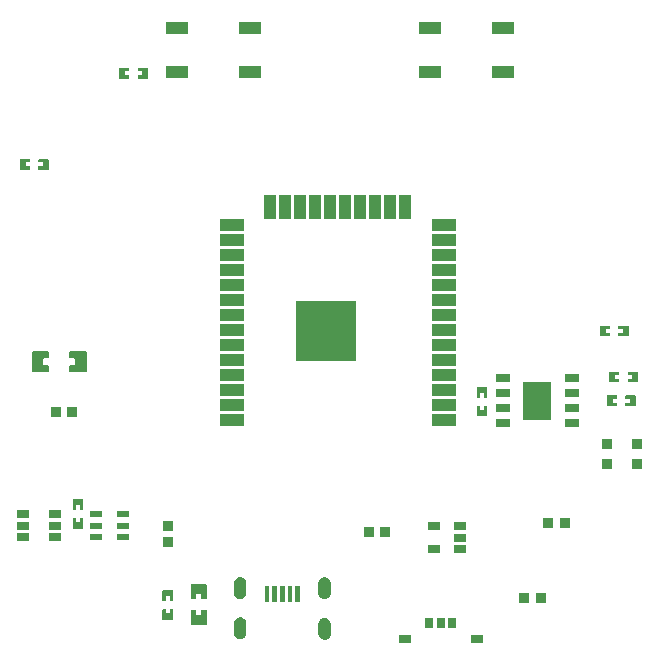
<source format=gbp>
G04 Layer: BottomPasteMaskLayer*
G04 EasyEDA v6.5.42, 2024-04-23 23:59:32*
G04 6f1416cd65ae409284c29a2362dae36f,3bb721cc424b4652afb4738f699644a2,10*
G04 Gerber Generator version 0.2*
G04 Scale: 100 percent, Rotated: No, Reflected: No *
G04 Dimensions in millimeters *
G04 leading zeros omitted , absolute positions ,4 integer and 5 decimal *
%FSLAX45Y45*%
%MOMM*%

%AMMACRO1*21,1,$1,$2,0,0,$3*%
%ADD10MACRO1,1.8001X1.0998X0.0000*%
%ADD11MACRO1,1.7998X1.0998X0.0000*%
%ADD12MACRO1,0.8001X0.8999X90.0000*%
%ADD13MACRO1,0.8001X0.9002X0.0000*%
%ADD14MACRO1,0.7998X0.8999X0.0000*%
%ADD15MACRO1,1.0998X0.5999X0.0000*%
%ADD16MACRO1,1.1001X0.5999X0.0000*%
%ADD17MACRO1,0.5999X0.7998X0.0000*%
%ADD18MACRO1,0.7X1X90.0000*%
%ADD19MACRO1,0.5319X1.0719X90.0000*%
%ADD20MACRO1,0.5999X1X-90.0000*%
%ADD21MACRO1,0.8001X0.8999X0.0000*%
%ADD22MACRO1,0.8001X0.7998X0.0000*%
%ADD23MACRO1,0.7998X0.7998X0.0000*%
%ADD24MACRO1,0.5999X1.2002X90.0000*%
%ADD25MACRO1,0.5999X1.2001X90.0000*%
%ADD26MACRO1,3.3X2.4X-90.0000*%
%ADD27MACRO1,0.95X2.1001X90.0000*%
%ADD28MACRO1,2.1001X0.95X90.0000*%
%ADD29MACRO1,5X5X0.0000*%
%ADD30C,0.0165*%

%LPD*%
G36*
X1634998Y357987D02*
G01*
X1634998Y312978D01*
X1589989Y312978D01*
X1589989Y357022D01*
X1547977Y357479D01*
X1542999Y352501D01*
X1542999Y237490D01*
X1547977Y232511D01*
X1675993Y232511D01*
X1681022Y237490D01*
X1681022Y352501D01*
X1675993Y357479D01*
G37*
G36*
X1547977Y572516D02*
G01*
X1542999Y567486D01*
X1542999Y452475D01*
X1547977Y447497D01*
X1589989Y447497D01*
X1589989Y491998D01*
X1634998Y491998D01*
X1634998Y448005D01*
X1675993Y447497D01*
X1681022Y452475D01*
X1681022Y567486D01*
X1675993Y572516D01*
G37*
G36*
X550011Y1135481D02*
G01*
X544982Y1130503D01*
X544982Y1050493D01*
X550011Y1045514D01*
X630021Y1045514D01*
X635000Y1050493D01*
X635000Y1130503D01*
X630021Y1135481D01*
X605790Y1135481D01*
X605790Y1098499D01*
X572820Y1098499D01*
X572820Y1135481D01*
G37*
G36*
X550011Y1294485D02*
G01*
X544982Y1289507D01*
X544982Y1210513D01*
X550011Y1205484D01*
X572820Y1205484D01*
X572820Y1243482D01*
X605790Y1243482D01*
X605790Y1205484D01*
X630021Y1205484D01*
X635000Y1210513D01*
X635000Y1289507D01*
X630021Y1294485D01*
G37*
G36*
X1309979Y365506D02*
G01*
X1305001Y360476D01*
X1305001Y280517D01*
X1309979Y275488D01*
X1389989Y275488D01*
X1395018Y280517D01*
X1395018Y360476D01*
X1389989Y365506D01*
X1365808Y365506D01*
X1365808Y328472D01*
X1332788Y328472D01*
X1332788Y365506D01*
G37*
G36*
X1309979Y524510D02*
G01*
X1305001Y519480D01*
X1305001Y440486D01*
X1309979Y435508D01*
X1332788Y435508D01*
X1332788Y473506D01*
X1365808Y473506D01*
X1365808Y435508D01*
X1389989Y435508D01*
X1395018Y440486D01*
X1395018Y519480D01*
X1389989Y524510D01*
G37*
G36*
X259486Y4174998D02*
G01*
X254508Y4169968D01*
X254508Y4145787D01*
X291490Y4145787D01*
X291490Y4112768D01*
X254508Y4112768D01*
X254508Y4090009D01*
X259486Y4084980D01*
X339496Y4084980D01*
X344525Y4090009D01*
X344525Y4169968D01*
X339496Y4174998D01*
G37*
G36*
X100482Y4174998D02*
G01*
X95504Y4169968D01*
X95504Y4090009D01*
X100482Y4084980D01*
X179527Y4084980D01*
X184505Y4090009D01*
X184505Y4112768D01*
X146507Y4112768D01*
X146507Y4145787D01*
X184505Y4145787D01*
X184505Y4169968D01*
X179527Y4174998D01*
G37*
G36*
X5010505Y2764993D02*
G01*
X5005476Y2760014D01*
X5005476Y2680004D01*
X5010505Y2674975D01*
X5090464Y2674975D01*
X5095494Y2680004D01*
X5095494Y2704185D01*
X5058511Y2704185D01*
X5058511Y2737205D01*
X5095494Y2737205D01*
X5095494Y2760014D01*
X5090464Y2764993D01*
G37*
G36*
X5170474Y2764993D02*
G01*
X5165496Y2760014D01*
X5165496Y2737205D01*
X5203494Y2737205D01*
X5203494Y2704185D01*
X5165496Y2704185D01*
X5165496Y2680004D01*
X5170474Y2674975D01*
X5249468Y2674975D01*
X5254498Y2680004D01*
X5254498Y2760014D01*
X5249468Y2764993D01*
G37*
G36*
X940511Y4944973D02*
G01*
X935482Y4939995D01*
X935482Y4859985D01*
X940511Y4855006D01*
X1020521Y4855006D01*
X1025499Y4859985D01*
X1025499Y4884216D01*
X988517Y4884216D01*
X988517Y4917186D01*
X1025499Y4917186D01*
X1025499Y4939995D01*
X1020521Y4944973D01*
G37*
G36*
X1100480Y4944973D02*
G01*
X1095502Y4939995D01*
X1095502Y4917186D01*
X1133500Y4917186D01*
X1133500Y4884216D01*
X1095502Y4884216D01*
X1095502Y4859985D01*
X1100480Y4855006D01*
X1179474Y4855006D01*
X1184503Y4859985D01*
X1184503Y4939995D01*
X1179474Y4944973D01*
G37*
G36*
X2430018Y562508D02*
G01*
X2430018Y422503D01*
X2469997Y422503D01*
X2469997Y562508D01*
G37*
G36*
X2364994Y562508D02*
G01*
X2364994Y422503D01*
X2405024Y422503D01*
X2405024Y562508D01*
G37*
G36*
X2300020Y562508D02*
G01*
X2300020Y422503D01*
X2340000Y422503D01*
X2340000Y562508D01*
G37*
G36*
X2234996Y562508D02*
G01*
X2234996Y422503D01*
X2274976Y422503D01*
X2274976Y562508D01*
G37*
G36*
X2169972Y562508D02*
G01*
X2169972Y422503D01*
X2210003Y422503D01*
X2210003Y562508D01*
G37*
G36*
X1961184Y635000D02*
G01*
X1955952Y634593D01*
X1950821Y633679D01*
X1945792Y632256D01*
X1940915Y630326D01*
X1936242Y627938D01*
X1931873Y625094D01*
X1927758Y621842D01*
X1923999Y618185D01*
X1920646Y614172D01*
X1917700Y609854D01*
X1915210Y605282D01*
X1913178Y600456D01*
X1911604Y595426D01*
X1910588Y590296D01*
X1910080Y585114D01*
X1909978Y502513D01*
X1910283Y497281D01*
X1911045Y492099D01*
X1912315Y487019D01*
X1914143Y482092D01*
X1916379Y477367D01*
X1919122Y472897D01*
X1922272Y468731D01*
X1925828Y464921D01*
X1929790Y461467D01*
X1934006Y458368D01*
X1938528Y455777D01*
X1943303Y453593D01*
X1948281Y451967D01*
X1953361Y450799D01*
X1958593Y450138D01*
X1963826Y449986D01*
X1969007Y450392D01*
X1974189Y451307D01*
X1979218Y452729D01*
X1984095Y454609D01*
X1988769Y456996D01*
X1993138Y459841D01*
X1997252Y463143D01*
X2001012Y466801D01*
X2004364Y470763D01*
X2007311Y475132D01*
X2009800Y479704D01*
X2011832Y484530D01*
X2013356Y489559D01*
X2014423Y494639D01*
X2014931Y499872D01*
X2014982Y582472D01*
X2014728Y587705D01*
X2013966Y592886D01*
X2012696Y597966D01*
X2010867Y602894D01*
X2008632Y607618D01*
X2005888Y612089D01*
X2002739Y616254D01*
X1999183Y620064D01*
X1995220Y623519D01*
X1991004Y626567D01*
X1986432Y629208D01*
X1981707Y631342D01*
X1976729Y633018D01*
X1971598Y634187D01*
X1966417Y634847D01*
G37*
G36*
X2676194Y635000D02*
G01*
X2670962Y634593D01*
X2665780Y633679D01*
X2660751Y632256D01*
X2655874Y630326D01*
X2651252Y627938D01*
X2646832Y625094D01*
X2642768Y621842D01*
X2639009Y618185D01*
X2635656Y614172D01*
X2632710Y609854D01*
X2630170Y605282D01*
X2628138Y600456D01*
X2626614Y595426D01*
X2625547Y590296D01*
X2625039Y585114D01*
X2624988Y502513D01*
X2625242Y497281D01*
X2626004Y492099D01*
X2627325Y487019D01*
X2629103Y482092D01*
X2631389Y477367D01*
X2634132Y472897D01*
X2637282Y468731D01*
X2640838Y464921D01*
X2644749Y461467D01*
X2649016Y458368D01*
X2653538Y455777D01*
X2658313Y453593D01*
X2663291Y451967D01*
X2668371Y450799D01*
X2673553Y450138D01*
X2678785Y449986D01*
X2684018Y450392D01*
X2689148Y451307D01*
X2694228Y452729D01*
X2699054Y454609D01*
X2703728Y456996D01*
X2708148Y459841D01*
X2712212Y463143D01*
X2715971Y466801D01*
X2719324Y470763D01*
X2722270Y475132D01*
X2724810Y479704D01*
X2726842Y484530D01*
X2728366Y489559D01*
X2729382Y494639D01*
X2729941Y499872D01*
X2729992Y582472D01*
X2729738Y587705D01*
X2728925Y592886D01*
X2727655Y597966D01*
X2725877Y602894D01*
X2723591Y607618D01*
X2720848Y612089D01*
X2717698Y616254D01*
X2714142Y620064D01*
X2710230Y623519D01*
X2705963Y626567D01*
X2701442Y629208D01*
X2696667Y631342D01*
X2691688Y633018D01*
X2686608Y634187D01*
X2681427Y634847D01*
G37*
G36*
X1961184Y294995D02*
G01*
X1955952Y294589D01*
X1950821Y293674D01*
X1945792Y292252D01*
X1940915Y290322D01*
X1936242Y287934D01*
X1931873Y285089D01*
X1927758Y281838D01*
X1923999Y278180D01*
X1920646Y274167D01*
X1917700Y269849D01*
X1915210Y265277D01*
X1913178Y260451D01*
X1911604Y255422D01*
X1910588Y250291D01*
X1910080Y245110D01*
X1909978Y162509D01*
X1910283Y157276D01*
X1911045Y152095D01*
X1912315Y147015D01*
X1914143Y142087D01*
X1916379Y137363D01*
X1919122Y132892D01*
X1922272Y128727D01*
X1925828Y124917D01*
X1929790Y121462D01*
X1934006Y118364D01*
X1938528Y115773D01*
X1943303Y113588D01*
X1948281Y111963D01*
X1953361Y110794D01*
X1958593Y110134D01*
X1963826Y109982D01*
X1969007Y110388D01*
X1974189Y111302D01*
X1979218Y112725D01*
X1984095Y114604D01*
X1988769Y116992D01*
X1993138Y119837D01*
X1997252Y123139D01*
X2001012Y126796D01*
X2004364Y130759D01*
X2007311Y135128D01*
X2009800Y139700D01*
X2011832Y144526D01*
X2013356Y149555D01*
X2014423Y154635D01*
X2014931Y159867D01*
X2014982Y242468D01*
X2014728Y247700D01*
X2013966Y252882D01*
X2012696Y257962D01*
X2010867Y262890D01*
X2008632Y267614D01*
X2005888Y272084D01*
X2002739Y276250D01*
X1999183Y280060D01*
X1995220Y283514D01*
X1991004Y286562D01*
X1986432Y289204D01*
X1981707Y291338D01*
X1976729Y293014D01*
X1971598Y294182D01*
X1966417Y294843D01*
G37*
G36*
X2676194Y290017D02*
G01*
X2670962Y289610D01*
X2665780Y288696D01*
X2660751Y287274D01*
X2655874Y285343D01*
X2651252Y282956D01*
X2646832Y280111D01*
X2642768Y276860D01*
X2639009Y273202D01*
X2635656Y269189D01*
X2632710Y264871D01*
X2630170Y260299D01*
X2628138Y255473D01*
X2626614Y250444D01*
X2625547Y245313D01*
X2625039Y240131D01*
X2624988Y157530D01*
X2625242Y152298D01*
X2626004Y147116D01*
X2627325Y142036D01*
X2629103Y137109D01*
X2631389Y132384D01*
X2634132Y127914D01*
X2637282Y123748D01*
X2640838Y119938D01*
X2644749Y116484D01*
X2649016Y113385D01*
X2653538Y110794D01*
X2658313Y108661D01*
X2663291Y106984D01*
X2668371Y105816D01*
X2673553Y105156D01*
X2678785Y105003D01*
X2684018Y105410D01*
X2689148Y106324D01*
X2694228Y107746D01*
X2699054Y109677D01*
X2703728Y112064D01*
X2708148Y114858D01*
X2712212Y118160D01*
X2715971Y121818D01*
X2719324Y125780D01*
X2722270Y130149D01*
X2724810Y134721D01*
X2726842Y139547D01*
X2728366Y144576D01*
X2729382Y149707D01*
X2729941Y154889D01*
X2729992Y237490D01*
X2729738Y242722D01*
X2728925Y247904D01*
X2727655Y252984D01*
X2725877Y257911D01*
X2723591Y262636D01*
X2720848Y267106D01*
X2717698Y271272D01*
X2714142Y275082D01*
X2710230Y278536D01*
X2705963Y281584D01*
X2701442Y284226D01*
X2696667Y286359D01*
X2691688Y288036D01*
X2686608Y289204D01*
X2681427Y289864D01*
G37*
G36*
X206502Y2546400D02*
G01*
X196494Y2536393D01*
X196494Y2383586D01*
X206502Y2373579D01*
X334975Y2373579D01*
X344982Y2383586D01*
X344982Y2420620D01*
X334975Y2430627D01*
X304495Y2430627D01*
X294487Y2440635D01*
X294487Y2479344D01*
X304495Y2489352D01*
X334975Y2489352D01*
X344982Y2499360D01*
X344982Y2536393D01*
X334975Y2546400D01*
G37*
G36*
X525018Y2546400D02*
G01*
X515010Y2536393D01*
X515010Y2499360D01*
X525018Y2489352D01*
X555498Y2489352D01*
X565505Y2479344D01*
X565505Y2440635D01*
X555498Y2430627D01*
X525018Y2430627D01*
X515010Y2420620D01*
X515010Y2383586D01*
X525018Y2373579D01*
X653491Y2373579D01*
X663498Y2383586D01*
X663498Y2536393D01*
X653491Y2546400D01*
G37*
G36*
X5229504Y2175002D02*
G01*
X5224475Y2170023D01*
X5224475Y2145792D01*
X5261508Y2145792D01*
X5261508Y2112772D01*
X5224475Y2112772D01*
X5224475Y2090013D01*
X5229504Y2084984D01*
X5309514Y2084984D01*
X5314492Y2090013D01*
X5314492Y2170023D01*
X5309514Y2175002D01*
G37*
G36*
X5070500Y2175002D02*
G01*
X5065471Y2170023D01*
X5065471Y2090013D01*
X5070500Y2084984D01*
X5149494Y2084984D01*
X5154472Y2090013D01*
X5154472Y2112772D01*
X5116474Y2112772D01*
X5116474Y2145792D01*
X5154472Y2145792D01*
X5154472Y2170023D01*
X5149494Y2175002D01*
G37*
G36*
X5249468Y2375001D02*
G01*
X5244490Y2369972D01*
X5244490Y2345791D01*
X5281472Y2345791D01*
X5281472Y2312771D01*
X5244490Y2312771D01*
X5244490Y2290013D01*
X5249468Y2284984D01*
X5329478Y2284984D01*
X5334508Y2290013D01*
X5334508Y2369972D01*
X5329478Y2375001D01*
G37*
G36*
X5090515Y2375001D02*
G01*
X5085486Y2369972D01*
X5085486Y2290013D01*
X5090515Y2284984D01*
X5169509Y2284984D01*
X5174488Y2290013D01*
X5174488Y2312771D01*
X5136489Y2312771D01*
X5136489Y2345791D01*
X5174488Y2345791D01*
X5174488Y2369972D01*
X5169509Y2375001D01*
G37*
G36*
X3969969Y2085492D02*
G01*
X3964990Y2080514D01*
X3964990Y2000504D01*
X3969969Y1995474D01*
X4049979Y1995474D01*
X4055008Y2000504D01*
X4055008Y2080514D01*
X4049979Y2085492D01*
X4025798Y2085492D01*
X4025798Y2048510D01*
X3992778Y2048510D01*
X3992778Y2085492D01*
G37*
G36*
X3969969Y2244496D02*
G01*
X3964990Y2239467D01*
X3964990Y2160473D01*
X3969969Y2155494D01*
X3992778Y2155494D01*
X3992778Y2193493D01*
X4025798Y2193493D01*
X4025798Y2155494D01*
X4049979Y2155494D01*
X4055008Y2160473D01*
X4055008Y2239467D01*
X4049979Y2244496D01*
G37*
D10*
G01*
X4189996Y5285003D03*
D11*
G01*
X3569995Y5285003D03*
D10*
G01*
X4189996Y4915001D03*
D11*
G01*
X3569995Y4915001D03*
D10*
G01*
X2049995Y5285003D03*
D11*
G01*
X1429994Y5285003D03*
D10*
G01*
X2049995Y4915001D03*
D11*
G01*
X1429994Y4915001D03*
D12*
G01*
X1349997Y1070000D03*
G01*
X1349997Y929995D03*
D13*
G01*
X4369993Y459994D03*
G01*
X4509998Y459994D03*
D14*
G01*
X3049993Y1020000D03*
G01*
X3189998Y1020000D03*
D15*
G01*
X124993Y1164996D03*
G01*
X124993Y1070000D03*
G01*
X124993Y975004D03*
D16*
G01*
X395008Y975004D03*
G01*
X395008Y1070000D03*
G01*
X395008Y1164996D03*
D17*
G01*
X3759987Y249237D03*
G01*
X3659987Y249237D03*
G01*
X3559987Y249237D03*
D18*
G01*
X3354997Y110743D03*
G01*
X3965003Y110743D03*
D19*
G01*
X745083Y975004D03*
G01*
X745083Y1070000D03*
G01*
X745083Y1164996D03*
G01*
X974902Y1164996D03*
G01*
X974902Y1070000D03*
G01*
X974902Y975004D03*
D20*
G01*
X3599980Y1064996D03*
G01*
X3599980Y875004D03*
G01*
X3819994Y1064996D03*
G01*
X3820020Y875004D03*
G01*
X3819994Y970000D03*
D21*
G01*
X4709998Y1090002D03*
G01*
X4569993Y1090002D03*
D13*
G01*
X399999Y2029993D03*
G01*
X540003Y2029993D03*
D22*
G01*
X5069992Y1765084D03*
G01*
X5069992Y1594904D03*
D23*
G01*
X5319991Y1765084D03*
G01*
X5319991Y1594904D03*
D24*
G01*
X4189158Y1939493D03*
G01*
X4189158Y2066493D03*
G01*
X4189158Y2193493D03*
G01*
X4189158Y2320493D03*
D25*
G01*
X4770818Y2320493D03*
G01*
X4770818Y2193493D03*
G01*
X4770818Y2066493D03*
G01*
X4770818Y1939493D03*
D26*
G01*
X4479988Y2129993D03*
D27*
G01*
X1890013Y1968474D03*
G01*
X1890013Y2095474D03*
G01*
X1890013Y2222474D03*
G01*
X1890013Y2349474D03*
G01*
X1890013Y2476474D03*
G01*
X1890013Y2603474D03*
G01*
X1890013Y2730474D03*
G01*
X1890013Y2857474D03*
G01*
X1890013Y2984474D03*
G01*
X1890013Y3111474D03*
G01*
X1890013Y3238474D03*
G01*
X1890013Y3365474D03*
G01*
X1890013Y3492474D03*
G01*
X1890013Y3619474D03*
D28*
G01*
X2218512Y3771493D03*
G01*
X2345512Y3771493D03*
G01*
X2472512Y3771493D03*
G01*
X2599512Y3771493D03*
G01*
X2726512Y3771493D03*
G01*
X2853512Y3771468D03*
G01*
X2980512Y3771468D03*
G01*
X3107512Y3771468D03*
G01*
X3234512Y3771468D03*
G01*
X3361512Y3771468D03*
D27*
G01*
X3689984Y3619474D03*
G01*
X3689984Y3492474D03*
G01*
X3689984Y3365474D03*
G01*
X3689984Y3238474D03*
G01*
X3689984Y3111474D03*
G01*
X3689984Y2984474D03*
G01*
X3689984Y2857474D03*
G01*
X3689984Y2730474D03*
G01*
X3689984Y2603474D03*
G01*
X3689984Y2476474D03*
G01*
X3689984Y2349474D03*
G01*
X3689984Y2222474D03*
G01*
X3689984Y2095474D03*
G01*
X3689984Y1968474D03*
D29*
G01*
X2688297Y2722791D03*
M02*

</source>
